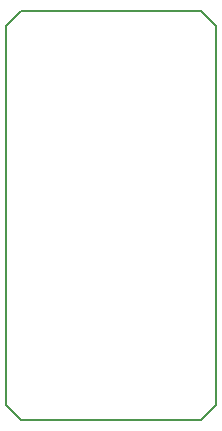
<source format=gm1>
G04 #@! TF.GenerationSoftware,KiCad,Pcbnew,7.0.1*
G04 #@! TF.CreationDate,2023-03-21T03:43:12+09:00*
G04 #@! TF.ProjectId,Pmod_LED,506d6f64-5f4c-4454-942e-6b696361645f,rev?*
G04 #@! TF.SameCoordinates,Original*
G04 #@! TF.FileFunction,Profile,NP*
%FSLAX46Y46*%
G04 Gerber Fmt 4.6, Leading zero omitted, Abs format (unit mm)*
G04 Created by KiCad (PCBNEW 7.0.1) date 2023-03-21 03:43:12*
%MOMM*%
%LPD*%
G01*
G04 APERTURE LIST*
G04 #@! TA.AperFunction,Profile*
%ADD10C,0.150000*%
G04 #@! TD*
G04 APERTURE END LIST*
D10*
X2540000Y-7620000D02*
X3810000Y-6350000D01*
X20320000Y-7620000D02*
X19050000Y-6350000D01*
X3810000Y-41000000D02*
X2540000Y-39730000D01*
X19050000Y-41000000D02*
X20320000Y-39730000D01*
X2540000Y-39730000D02*
X2540000Y-7620000D01*
X20320000Y-7620000D02*
X20320000Y-39730000D01*
X3810000Y-41000000D02*
X19050000Y-41000000D01*
X3810000Y-6350000D02*
X19050000Y-6350000D01*
M02*

</source>
